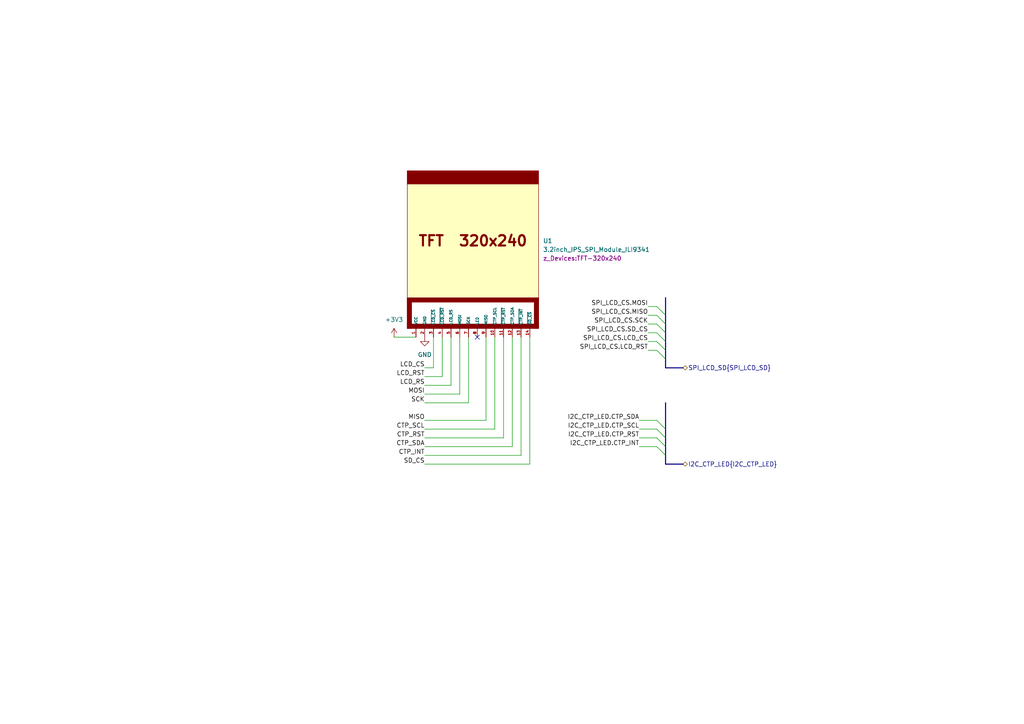
<source format=kicad_sch>
(kicad_sch
	(version 20250114)
	(generator "eeschema")
	(generator_version "9.0")
	(uuid "a3707a06-544a-4d24-b7af-4445ebcdfd54")
	(paper "A4")
	(lib_symbols
		(symbol "SamacSys_Parts:3.2inch_IPS_SPI_Module_ILI9341"
			(pin_names
				(offset 1.016)
			)
			(exclude_from_sim no)
			(in_bom yes)
			(on_board yes)
			(property "Reference" "U?"
				(at 20.32 25.4001 0)
				(effects
					(font
						(size 1.27 1.27)
					)
					(justify left)
				)
			)
			(property "Value" "3.2inch_IPS_SPI_Module_ILI9341"
				(at 20.32 22.8601 0)
				(effects
					(font
						(size 1.27 1.27)
					)
					(justify left)
				)
			)
			(property "Footprint" "z_Devices:TFT-320x240"
				(at 20.32 20.3201 0)
				(effects
					(font
						(size 1.27 1.27)
					)
					(justify left)
				)
			)
			(property "Datasheet" ""
				(at 208.28 22.225 0)
				(effects
					(font
						(size 1.27 1.27)
					)
					(hide yes)
				)
			)
			(property "Description" ""
				(at 0 0 0)
				(effects
					(font
						(size 1.27 1.27)
					)
					(hide yes)
				)
			)
			(symbol "3.2inch_IPS_SPI_Module_ILI9341_0_0"
				(text "TFT  320x240"
					(at 0 25.4 0)
					(effects
						(font
							(size 2.9972 2.9972)
							(bold yes)
						)
					)
				)
			)
			(symbol "3.2inch_IPS_SPI_Module_ILI9341_0_1"
				(rectangle
					(start -19.05 41.91)
					(end 19.05 45.72)
					(stroke
						(width 0)
						(type default)
					)
					(fill
						(type outline)
					)
				)
				(rectangle
					(start -19.05 41.91)
					(end 19.05 8.89)
					(stroke
						(width 0)
						(type default)
					)
					(fill
						(type background)
					)
				)
				(rectangle
					(start -19.05 8.89)
					(end -17.78 0)
					(stroke
						(width 0)
						(type default)
					)
					(fill
						(type outline)
					)
				)
				(rectangle
					(start -19.05 8.89)
					(end 19.05 7.62)
					(stroke
						(width 0)
						(type default)
					)
					(fill
						(type outline)
					)
				)
				(rectangle
					(start -19.05 8.89)
					(end 19.05 0)
					(stroke
						(width 0)
						(type default)
					)
					(fill
						(type none)
					)
				)
				(rectangle
					(start -19.05 1.27)
					(end 19.05 0)
					(stroke
						(width 0)
						(type default)
					)
					(fill
						(type outline)
					)
				)
				(rectangle
					(start 17.78 8.89)
					(end 19.05 0)
					(stroke
						(width 0)
						(type default)
					)
					(fill
						(type outline)
					)
				)
			)
			(symbol "3.2inch_IPS_SPI_Module_ILI9341_1_1"
				(pin power_in line
					(at -16.51 -2.54 90)
					(length 2.54)
					(name "VCC"
						(effects
							(font
								(size 0.7874 0.7874)
							)
						)
					)
					(number "1"
						(effects
							(font
								(size 0.7874 0.7874)
							)
						)
					)
				)
				(pin bidirectional line
					(at -13.97 -2.54 90)
					(length 2.54)
					(name "GND"
						(effects
							(font
								(size 0.7874 0.7874)
							)
						)
					)
					(number "2"
						(effects
							(font
								(size 0.7874 0.7874)
							)
						)
					)
				)
				(pin bidirectional line
					(at -11.43 -2.54 90)
					(length 2.54)
					(name "~{LCD_CS}"
						(effects
							(font
								(size 0.7874 0.7874)
							)
						)
					)
					(number "3"
						(effects
							(font
								(size 0.7874 0.7874)
							)
						)
					)
				)
				(pin bidirectional line
					(at -8.89 -2.54 90)
					(length 2.54)
					(name "~{LCD_RST}"
						(effects
							(font
								(size 0.7874 0.7874)
							)
						)
					)
					(number "4"
						(effects
							(font
								(size 0.7874 0.7874)
							)
						)
					)
				)
				(pin bidirectional line
					(at -6.35 -2.54 90)
					(length 2.54)
					(name "LCD_RS"
						(effects
							(font
								(size 0.7874 0.7874)
							)
						)
					)
					(number "5"
						(effects
							(font
								(size 0.7874 0.7874)
							)
						)
					)
				)
				(pin bidirectional line
					(at -3.81 -2.54 90)
					(length 2.54)
					(name "MOSI"
						(effects
							(font
								(size 0.7874 0.7874)
							)
						)
					)
					(number "6"
						(effects
							(font
								(size 0.7874 0.7874)
							)
						)
					)
				)
				(pin bidirectional line
					(at -1.27 -2.54 90)
					(length 2.54)
					(name "SCK"
						(effects
							(font
								(size 0.7874 0.7874)
							)
						)
					)
					(number "7"
						(effects
							(font
								(size 0.7874 0.7874)
							)
						)
					)
				)
				(pin power_in line
					(at 1.27 -2.54 90)
					(length 2.54)
					(name "LED"
						(effects
							(font
								(size 0.7874 0.7874)
							)
						)
					)
					(number "8"
						(effects
							(font
								(size 0.7874 0.7874)
							)
						)
					)
				)
				(pin bidirectional line
					(at 3.81 -2.54 90)
					(length 2.54)
					(name "MISO"
						(effects
							(font
								(size 0.7874 0.7874)
							)
						)
					)
					(number "9"
						(effects
							(font
								(size 0.7874 0.7874)
							)
						)
					)
				)
				(pin bidirectional line
					(at 6.35 -2.54 90)
					(length 2.54)
					(name "CTP_SCL"
						(effects
							(font
								(size 0.7874 0.7874)
							)
						)
					)
					(number "10"
						(effects
							(font
								(size 0.7874 0.7874)
							)
						)
					)
				)
				(pin bidirectional line
					(at 8.89 -2.54 90)
					(length 2.54)
					(name "~{CTP_RST}"
						(effects
							(font
								(size 0.7874 0.7874)
							)
						)
					)
					(number "11"
						(effects
							(font
								(size 0.7874 0.7874)
							)
						)
					)
				)
				(pin bidirectional line
					(at 11.43 -2.54 90)
					(length 2.54)
					(name "CTP_SDA"
						(effects
							(font
								(size 0.7874 0.7874)
							)
						)
					)
					(number "12"
						(effects
							(font
								(size 0.7874 0.7874)
							)
						)
					)
				)
				(pin bidirectional line
					(at 13.97 -2.54 90)
					(length 2.54)
					(name "~{CTP_INT}"
						(effects
							(font
								(size 0.7874 0.7874)
							)
						)
					)
					(number "13"
						(effects
							(font
								(size 0.7874 0.7874)
							)
						)
					)
				)
				(pin bidirectional line
					(at 16.51 -2.54 90)
					(length 2.54)
					(name "~{SD_CS}"
						(effects
							(font
								(size 0.7874 0.7874)
							)
						)
					)
					(number "14"
						(effects
							(font
								(size 0.7874 0.7874)
							)
						)
					)
				)
			)
			(embedded_fonts no)
		)
		(symbol "power:+3V3"
			(power)
			(pin_numbers
				(hide yes)
			)
			(pin_names
				(offset 0)
				(hide yes)
			)
			(exclude_from_sim no)
			(in_bom yes)
			(on_board yes)
			(property "Reference" "#PWR"
				(at 0 -3.81 0)
				(effects
					(font
						(size 1.27 1.27)
					)
					(hide yes)
				)
			)
			(property "Value" "+3V3"
				(at 0 3.556 0)
				(effects
					(font
						(size 1.27 1.27)
					)
				)
			)
			(property "Footprint" ""
				(at 0 0 0)
				(effects
					(font
						(size 1.27 1.27)
					)
					(hide yes)
				)
			)
			(property "Datasheet" ""
				(at 0 0 0)
				(effects
					(font
						(size 1.27 1.27)
					)
					(hide yes)
				)
			)
			(property "Description" "Power symbol creates a global label with name \"+3V3\""
				(at 0 0 0)
				(effects
					(font
						(size 1.27 1.27)
					)
					(hide yes)
				)
			)
			(property "ki_keywords" "global power"
				(at 0 0 0)
				(effects
					(font
						(size 1.27 1.27)
					)
					(hide yes)
				)
			)
			(symbol "+3V3_0_1"
				(polyline
					(pts
						(xy -0.762 1.27) (xy 0 2.54)
					)
					(stroke
						(width 0)
						(type default)
					)
					(fill
						(type none)
					)
				)
				(polyline
					(pts
						(xy 0 2.54) (xy 0.762 1.27)
					)
					(stroke
						(width 0)
						(type default)
					)
					(fill
						(type none)
					)
				)
				(polyline
					(pts
						(xy 0 0) (xy 0 2.54)
					)
					(stroke
						(width 0)
						(type default)
					)
					(fill
						(type none)
					)
				)
			)
			(symbol "+3V3_1_1"
				(pin power_in line
					(at 0 0 90)
					(length 0)
					(name "~"
						(effects
							(font
								(size 1.27 1.27)
							)
						)
					)
					(number "1"
						(effects
							(font
								(size 1.27 1.27)
							)
						)
					)
				)
			)
			(embedded_fonts no)
		)
		(symbol "power:GND"
			(power)
			(pin_numbers
				(hide yes)
			)
			(pin_names
				(offset 0)
				(hide yes)
			)
			(exclude_from_sim no)
			(in_bom yes)
			(on_board yes)
			(property "Reference" "#PWR"
				(at 0 -6.35 0)
				(effects
					(font
						(size 1.27 1.27)
					)
					(hide yes)
				)
			)
			(property "Value" "GND"
				(at 0 -3.81 0)
				(effects
					(font
						(size 1.27 1.27)
					)
				)
			)
			(property "Footprint" ""
				(at 0 0 0)
				(effects
					(font
						(size 1.27 1.27)
					)
					(hide yes)
				)
			)
			(property "Datasheet" ""
				(at 0 0 0)
				(effects
					(font
						(size 1.27 1.27)
					)
					(hide yes)
				)
			)
			(property "Description" "Power symbol creates a global label with name \"GND\" , ground"
				(at 0 0 0)
				(effects
					(font
						(size 1.27 1.27)
					)
					(hide yes)
				)
			)
			(property "ki_keywords" "global power"
				(at 0 0 0)
				(effects
					(font
						(size 1.27 1.27)
					)
					(hide yes)
				)
			)
			(symbol "GND_0_1"
				(polyline
					(pts
						(xy 0 0) (xy 0 -1.27) (xy 1.27 -1.27) (xy 0 -2.54) (xy -1.27 -1.27) (xy 0 -1.27)
					)
					(stroke
						(width 0)
						(type default)
					)
					(fill
						(type none)
					)
				)
			)
			(symbol "GND_1_1"
				(pin power_in line
					(at 0 0 270)
					(length 0)
					(name "~"
						(effects
							(font
								(size 1.27 1.27)
							)
						)
					)
					(number "1"
						(effects
							(font
								(size 1.27 1.27)
							)
						)
					)
				)
			)
			(embedded_fonts no)
		)
	)
	(bus_alias "I2C_CTP_LED"
		(members)
	)
	(bus_alias "SPI_LCD_SD"
		(members "LCD_RST" "SCK" "MOSI" "SD_CS" "MISO" "LCD_CS")
	)
	(no_connect
		(at 138.43 97.79)
		(uuid "61faa457-10ac-4795-bb99-a2bb8ed59043")
	)
	(bus_entry
		(at 190.5 127)
		(size 2.54 2.54)
		(stroke
			(width 0)
			(type default)
		)
		(uuid "0a10c3d7-a897-4a74-89bf-59a48f20a6cc")
	)
	(bus_entry
		(at 190.5 91.44)
		(size 2.54 2.54)
		(stroke
			(width 0)
			(type default)
		)
		(uuid "1901edbf-4018-46d1-89a5-7c61c5aba32a")
	)
	(bus_entry
		(at 190.5 124.46)
		(size 2.54 2.54)
		(stroke
			(width 0)
			(type default)
		)
		(uuid "19948330-df55-4a5b-830b-f4015a78a50d")
	)
	(bus_entry
		(at 190.5 88.9)
		(size 2.54 2.54)
		(stroke
			(width 0)
			(type default)
		)
		(uuid "38e3c93e-d6aa-4b64-b225-2f43b5d0c161")
	)
	(bus_entry
		(at 190.5 101.6)
		(size 2.54 2.54)
		(stroke
			(width 0)
			(type default)
		)
		(uuid "442e9a1f-4df3-4216-b20c-a713e3d4467b")
	)
	(bus_entry
		(at 190.5 93.98)
		(size 2.54 2.54)
		(stroke
			(width 0)
			(type default)
		)
		(uuid "726f6ee7-3c9d-4b17-aa89-a0596d4e2ec6")
	)
	(bus_entry
		(at 190.5 99.06)
		(size 2.54 2.54)
		(stroke
			(width 0)
			(type default)
		)
		(uuid "740827e2-1225-4806-be2b-86afb00c6f83")
	)
	(bus_entry
		(at 190.5 129.54)
		(size 2.54 2.54)
		(stroke
			(width 0)
			(type default)
		)
		(uuid "c6a73772-d590-47a4-afd9-41441afd5d17")
	)
	(bus_entry
		(at 190.5 96.52)
		(size 2.54 2.54)
		(stroke
			(width 0)
			(type default)
		)
		(uuid "ee396e8a-c830-4ced-b9cc-3277053b1fcf")
	)
	(bus_entry
		(at 190.5 121.92)
		(size 2.54 2.54)
		(stroke
			(width 0)
			(type default)
		)
		(uuid "fe9aac36-6384-4189-b147-a4eab63774f5")
	)
	(bus
		(pts
			(xy 193.04 86.36) (xy 193.04 91.44)
		)
		(stroke
			(width 0)
			(type default)
		)
		(uuid "0268f9ec-6971-44d0-98d4-41c53b74b360")
	)
	(wire
		(pts
			(xy 123.19 127) (xy 146.05 127)
		)
		(stroke
			(width 0)
			(type default)
		)
		(uuid "028adce5-265c-4ce5-8cbd-f44d946b4732")
	)
	(wire
		(pts
			(xy 114.3 97.79) (xy 120.65 97.79)
		)
		(stroke
			(width 0)
			(type default)
		)
		(uuid "08159321-b396-4ca5-905a-4424dd36d71a")
	)
	(wire
		(pts
			(xy 123.19 134.62) (xy 153.67 134.62)
		)
		(stroke
			(width 0)
			(type default)
		)
		(uuid "08e3d638-059e-4dea-b04a-20b88d183bd3")
	)
	(wire
		(pts
			(xy 123.19 129.54) (xy 148.59 129.54)
		)
		(stroke
			(width 0)
			(type default)
		)
		(uuid "0c86e17a-281e-4903-afbd-21c70a2e76b8")
	)
	(bus
		(pts
			(xy 193.04 101.6) (xy 193.04 104.14)
		)
		(stroke
			(width 0)
			(type default)
		)
		(uuid "121dc698-9238-4657-a440-ee8da66e83d4")
	)
	(wire
		(pts
			(xy 185.42 127) (xy 190.5 127)
		)
		(stroke
			(width 0)
			(type default)
		)
		(uuid "135dec70-bc38-4383-8691-8d4733ea3ddb")
	)
	(bus
		(pts
			(xy 193.04 116.84) (xy 193.04 124.46)
		)
		(stroke
			(width 0)
			(type default)
		)
		(uuid "15103417-bb9d-4015-a58a-6e03ae5e0017")
	)
	(bus
		(pts
			(xy 193.04 106.68) (xy 198.12 106.68)
		)
		(stroke
			(width 0)
			(type default)
		)
		(uuid "1a28f283-a1a6-4a63-a37e-d35e33a30dd5")
	)
	(wire
		(pts
			(xy 140.97 97.79) (xy 140.97 121.92)
		)
		(stroke
			(width 0)
			(type default)
		)
		(uuid "1b2ed92f-e67e-44b3-85d5-e7496536f02b")
	)
	(wire
		(pts
			(xy 185.42 124.46) (xy 190.5 124.46)
		)
		(stroke
			(width 0)
			(type default)
		)
		(uuid "2da86bc0-a25e-4e88-a93e-4ff18f72d665")
	)
	(bus
		(pts
			(xy 193.04 93.98) (xy 193.04 96.52)
		)
		(stroke
			(width 0)
			(type default)
		)
		(uuid "31993d55-db43-42c8-b69d-13a062220ad7")
	)
	(wire
		(pts
			(xy 123.19 121.92) (xy 140.97 121.92)
		)
		(stroke
			(width 0)
			(type default)
		)
		(uuid "31c49638-afc3-4a46-bd71-c3e6b78e2779")
	)
	(wire
		(pts
			(xy 123.19 132.08) (xy 151.13 132.08)
		)
		(stroke
			(width 0)
			(type default)
		)
		(uuid "41f85544-6f52-4d73-bf54-2d3248b97c9e")
	)
	(wire
		(pts
			(xy 123.19 124.46) (xy 143.51 124.46)
		)
		(stroke
			(width 0)
			(type default)
		)
		(uuid "43ad9ce9-ac13-494b-afdc-61870b6a32a4")
	)
	(wire
		(pts
			(xy 125.73 97.79) (xy 125.73 106.68)
		)
		(stroke
			(width 0)
			(type default)
		)
		(uuid "46bcada4-421e-4ca0-bb05-54d0bd6e909c")
	)
	(wire
		(pts
			(xy 130.81 97.79) (xy 130.81 111.76)
		)
		(stroke
			(width 0)
			(type default)
		)
		(uuid "4df2fe93-1667-489f-80a6-b3a9a7f924ec")
	)
	(bus
		(pts
			(xy 193.04 134.62) (xy 198.12 134.62)
		)
		(stroke
			(width 0)
			(type default)
		)
		(uuid "57abe400-66ac-491d-8f08-421d93c7516a")
	)
	(wire
		(pts
			(xy 123.19 114.3) (xy 133.35 114.3)
		)
		(stroke
			(width 0)
			(type default)
		)
		(uuid "5a682358-3906-406b-866f-c1438359e1bd")
	)
	(bus
		(pts
			(xy 193.04 129.54) (xy 193.04 132.08)
		)
		(stroke
			(width 0)
			(type default)
		)
		(uuid "5d7a348b-b711-4c04-a4c7-759a7d5d0322")
	)
	(wire
		(pts
			(xy 123.19 111.76) (xy 130.81 111.76)
		)
		(stroke
			(width 0)
			(type default)
		)
		(uuid "622ca668-e90b-4c91-a05c-15c9b88e3c73")
	)
	(bus
		(pts
			(xy 193.04 124.46) (xy 193.04 127)
		)
		(stroke
			(width 0)
			(type default)
		)
		(uuid "6bfe3b32-959b-40fa-b939-e3e794688989")
	)
	(wire
		(pts
			(xy 133.35 97.79) (xy 133.35 114.3)
		)
		(stroke
			(width 0)
			(type default)
		)
		(uuid "754d026d-bb3d-4078-a331-b87fa47f6c9a")
	)
	(wire
		(pts
			(xy 146.05 97.79) (xy 146.05 127)
		)
		(stroke
			(width 0)
			(type default)
		)
		(uuid "7a68bfaf-a547-4be1-a241-ed09ae06427f")
	)
	(wire
		(pts
			(xy 123.19 109.22) (xy 128.27 109.22)
		)
		(stroke
			(width 0)
			(type default)
		)
		(uuid "8a47be96-ca3a-491c-a0cb-e3899cde9022")
	)
	(wire
		(pts
			(xy 123.19 106.68) (xy 125.73 106.68)
		)
		(stroke
			(width 0)
			(type default)
		)
		(uuid "93fac459-7145-4c32-8f95-f1292b0627bd")
	)
	(wire
		(pts
			(xy 128.27 97.79) (xy 128.27 109.22)
		)
		(stroke
			(width 0)
			(type default)
		)
		(uuid "93fc1c8e-c71c-4c62-92a1-ffe11177bb55")
	)
	(wire
		(pts
			(xy 143.51 97.79) (xy 143.51 124.46)
		)
		(stroke
			(width 0)
			(type default)
		)
		(uuid "948a7306-7d7c-4fff-8bff-ecb6b82067b5")
	)
	(wire
		(pts
			(xy 187.96 96.52) (xy 190.5 96.52)
		)
		(stroke
			(width 0)
			(type default)
		)
		(uuid "96866174-0c71-409b-a217-ce05f8362eb3")
	)
	(bus
		(pts
			(xy 193.04 132.08) (xy 193.04 134.62)
		)
		(stroke
			(width 0)
			(type default)
		)
		(uuid "99384e87-4d89-43ec-b74c-712f073a8425")
	)
	(wire
		(pts
			(xy 187.96 101.6) (xy 190.5 101.6)
		)
		(stroke
			(width 0)
			(type default)
		)
		(uuid "9b0ec870-a8b6-46b2-93d3-57a63b7e41fe")
	)
	(wire
		(pts
			(xy 123.19 116.84) (xy 135.89 116.84)
		)
		(stroke
			(width 0)
			(type default)
		)
		(uuid "aa5655ec-c812-4c8b-a5aa-31e0b6a5f7fb")
	)
	(wire
		(pts
			(xy 187.96 91.44) (xy 190.5 91.44)
		)
		(stroke
			(width 0)
			(type default)
		)
		(uuid "c3086dad-4241-4fb1-90cc-3df6066a469c")
	)
	(bus
		(pts
			(xy 193.04 106.68) (xy 193.04 104.14)
		)
		(stroke
			(width 0)
			(type default)
		)
		(uuid "c3caf8dd-5da3-4b01-859e-9002eb210cdd")
	)
	(bus
		(pts
			(xy 193.04 91.44) (xy 193.04 93.98)
		)
		(stroke
			(width 0)
			(type default)
		)
		(uuid "c7e6dc2a-b5b7-4659-8dbb-34df754fdee3")
	)
	(bus
		(pts
			(xy 193.04 99.06) (xy 193.04 101.6)
		)
		(stroke
			(width 0)
			(type default)
		)
		(uuid "ca8de32b-89df-474d-8243-b084dc4969d9")
	)
	(wire
		(pts
			(xy 185.42 129.54) (xy 190.5 129.54)
		)
		(stroke
			(width 0)
			(type default)
		)
		(uuid "cfbd5dd8-8a30-41a5-aad7-95e66ced302f")
	)
	(bus
		(pts
			(xy 193.04 127) (xy 193.04 129.54)
		)
		(stroke
			(width 0)
			(type default)
		)
		(uuid "d4805f4d-fbea-4d11-b493-1a1f96866811")
	)
	(wire
		(pts
			(xy 153.67 97.79) (xy 153.67 134.62)
		)
		(stroke
			(width 0)
			(type default)
		)
		(uuid "d557d4d7-8a54-4658-9c11-db6b9cb5af2f")
	)
	(wire
		(pts
			(xy 185.42 121.92) (xy 190.5 121.92)
		)
		(stroke
			(width 0)
			(type default)
		)
		(uuid "d558e9f0-d93d-4e62-8bf0-8b3e48a46cf0")
	)
	(wire
		(pts
			(xy 148.59 97.79) (xy 148.59 129.54)
		)
		(stroke
			(width 0)
			(type default)
		)
		(uuid "d6116590-1b5e-4166-8236-b78d3a43ae11")
	)
	(wire
		(pts
			(xy 187.96 88.9) (xy 190.5 88.9)
		)
		(stroke
			(width 0)
			(type default)
		)
		(uuid "da61c8c5-050f-4539-80f4-9c23fc510edb")
	)
	(wire
		(pts
			(xy 187.96 93.98) (xy 190.5 93.98)
		)
		(stroke
			(width 0)
			(type default)
		)
		(uuid "e1498c4b-1243-48c0-8933-411ccae4a7f5")
	)
	(wire
		(pts
			(xy 135.89 97.79) (xy 135.89 116.84)
		)
		(stroke
			(width 0)
			(type default)
		)
		(uuid "e852b963-721d-449f-8e13-676a65a26ca0")
	)
	(wire
		(pts
			(xy 151.13 97.79) (xy 151.13 132.08)
		)
		(stroke
			(width 0)
			(type default)
		)
		(uuid "eb69112d-3b10-40e6-8269-b74a2a071b98")
	)
	(bus
		(pts
			(xy 193.04 96.52) (xy 193.04 99.06)
		)
		(stroke
			(width 0)
			(type default)
		)
		(uuid "f533b99c-8345-42ab-9c0f-c2b566221e57")
	)
	(wire
		(pts
			(xy 187.96 99.06) (xy 190.5 99.06)
		)
		(stroke
			(width 0)
			(type default)
		)
		(uuid "fc1abdcb-719b-49ef-b311-4b3b6dc9873c")
	)
	(label "SPI_LCD_CS.LCD_CS"
		(at 187.96 99.06 180)
		(effects
			(font
				(size 1.27 1.27)
			)
			(justify right bottom)
		)
		(uuid "044bac2c-f3a3-4bf3-b03e-e49617051777")
	)
	(label "I2C_CTP_LED.CTP_RST"
		(at 185.42 127 180)
		(effects
			(font
				(size 1.27 1.27)
			)
			(justify right bottom)
		)
		(uuid "06a9636a-3649-4237-97c3-596e78cd9823")
	)
	(label "SD_CS"
		(at 123.19 134.62 180)
		(effects
			(font
				(size 1.27 1.27)
			)
			(justify right bottom)
		)
		(uuid "0a7030c0-3146-4c5e-b0d0-d475d3547303")
	)
	(label "SPI_LCD_CS.LCD_RST"
		(at 187.96 101.6 180)
		(effects
			(font
				(size 1.27 1.27)
			)
			(justify right bottom)
		)
		(uuid "0dd35db5-ecf5-4392-bd79-fe402cc5a958")
	)
	(label "LCD_RST"
		(at 123.19 109.22 180)
		(effects
			(font
				(size 1.27 1.27)
			)
			(justify right bottom)
		)
		(uuid "1b1d7e75-6d2f-4544-99a0-30ee2aed1d20")
	)
	(label "SPI_LCD_CS.SD_CS"
		(at 187.96 96.52 180)
		(effects
			(font
				(size 1.27 1.27)
			)
			(justify right bottom)
		)
		(uuid "1b5005e8-af4b-4515-8c03-e19dcd4a7ef3")
	)
	(label "LCD_CS"
		(at 123.19 106.68 180)
		(effects
			(font
				(size 1.27 1.27)
			)
			(justify right bottom)
		)
		(uuid "2bbb08cc-3531-4b03-ba2e-c9a42380b45c")
	)
	(label "I2C_CTP_LED.CTP_INT"
		(at 185.42 129.54 180)
		(effects
			(font
				(size 1.27 1.27)
			)
			(justify right bottom)
		)
		(uuid "2ddc53ed-e12d-46ea-a352-d64754e281c4")
	)
	(label "CTP_SDA"
		(at 123.19 129.54 180)
		(effects
			(font
				(size 1.27 1.27)
			)
			(justify right bottom)
		)
		(uuid "3553430f-195f-479f-829b-e7cf7765fcf6")
	)
	(label "SPI_LCD_CS.MOSI"
		(at 187.96 88.9 180)
		(effects
			(font
				(size 1.27 1.27)
			)
			(justify right bottom)
		)
		(uuid "57c2e352-58ee-4871-866f-d127be895390")
	)
	(label "I2C_CTP_LED.CTP_SCL"
		(at 185.42 124.46 180)
		(effects
			(font
				(size 1.27 1.27)
			)
			(justify right bottom)
		)
		(uuid "5fe4582a-3b87-4e8f-9b0c-934dabcabe56")
	)
	(label "LCD_RS"
		(at 123.19 111.76 180)
		(effects
			(font
				(size 1.27 1.27)
			)
			(justify right bottom)
		)
		(uuid "75ca6b1c-bd64-4eeb-bb7b-1b03663a3f13")
	)
	(label "CTP_RST"
		(at 123.19 127 180)
		(effects
			(font
				(size 1.27 1.27)
			)
			(justify right bottom)
		)
		(uuid "7d52416e-d1d0-4273-8838-1555e9571366")
	)
	(label "CTP_INT"
		(at 123.19 132.08 180)
		(effects
			(font
				(size 1.27 1.27)
			)
			(justify right bottom)
		)
		(uuid "87fac495-5d3c-4f2e-b03b-1c68fb0ac684")
	)
	(label "MOSI"
		(at 123.19 114.3 180)
		(effects
			(font
				(size 1.27 1.27)
			)
			(justify right bottom)
		)
		(uuid "987b0742-a372-498c-824f-faf894bdaaea")
	)
	(label "SCK"
		(at 123.19 116.84 180)
		(effects
			(font
				(size 1.27 1.27)
			)
			(justify right bottom)
		)
		(uuid "a34f8f14-b01e-4afc-85f7-53cd411b635d")
	)
	(label "CTP_SCL"
		(at 123.19 124.46 180)
		(effects
			(font
				(size 1.27 1.27)
			)
			(justify right bottom)
		)
		(uuid "a70c1cc5-763e-4a42-8da5-b06d8f3ea92a")
	)
	(label "SPI_LCD_CS.SCK"
		(at 187.96 93.98 180)
		(effects
			(font
				(size 1.27 1.27)
			)
			(justify right bottom)
		)
		(uuid "cdea00f1-5eb2-4306-9a91-693a16cfee1a")
	)
	(label "MISO"
		(at 123.19 121.92 180)
		(effects
			(font
				(size 1.27 1.27)
			)
			(justify right bottom)
		)
		(uuid "d5d1c850-788c-43b9-9f2c-f1f598cb80e7")
	)
	(label "I2C_CTP_LED.CTP_SDA"
		(at 185.42 121.92 180)
		(effects
			(font
				(size 1.27 1.27)
			)
			(justify right bottom)
		)
		(uuid "e20d0d35-b267-4243-92ae-f8e13526278f")
	)
	(label "SPI_LCD_CS.MISO"
		(at 187.96 91.44 180)
		(effects
			(font
				(size 1.27 1.27)
			)
			(justify right bottom)
		)
		(uuid "fc25e69a-9105-4912-a607-05602efa7f68")
	)
	(hierarchical_label "I2C_CTP_LED{I2C_CTP_LED}"
		(shape bidirectional)
		(at 198.12 134.62 0)
		(effects
			(font
				(size 1.27 1.27)
			)
			(justify left)
		)
		(uuid "7040fd62-e054-4d23-bc38-e55b59181df9")
	)
	(hierarchical_label "SPI_LCD_SD{SPI_LCD_SD}"
		(shape bidirectional)
		(at 198.12 106.68 0)
		(effects
			(font
				(size 1.27 1.27)
			)
			(justify left)
		)
		(uuid "86826816-1011-4839-91c5-27d4fdcfbf5b")
	)
	(symbol
		(lib_id "power:GND")
		(at 123.19 97.79 0)
		(unit 1)
		(exclude_from_sim no)
		(in_bom yes)
		(on_board yes)
		(dnp no)
		(fields_autoplaced yes)
		(uuid "17e07399-f4b8-4380-a4ab-8324f9da88e4")
		(property "Reference" "#PWR015"
			(at 123.19 104.14 0)
			(effects
				(font
					(size 1.27 1.27)
				)
				(hide yes)
			)
		)
		(property "Value" "GND"
			(at 123.19 102.87 0)
			(effects
				(font
					(size 1.27 1.27)
				)
			)
		)
		(property "Footprint" ""
			(at 123.19 97.79 0)
			(effects
				(font
					(size 1.27 1.27)
				)
				(hide yes)
			)
		)
		(property "Datasheet" ""
			(at 123.19 97.79 0)
			(effects
				(font
					(size 1.27 1.27)
				)
				(hide yes)
			)
		)
		(property "Description" "Power symbol creates a global label with name \"GND\" , ground"
			(at 123.19 97.79 0)
			(effects
				(font
					(size 1.27 1.27)
				)
				(hide yes)
			)
		)
		(pin "1"
			(uuid "5be3db85-8c3f-4e92-8118-c657134ebd29")
		)
		(instances
			(project ""
				(path "/869bea87-c885-4ead-826b-3f34ceacafad/a91903fe-ee0b-42c2-9d54-da8a7ff8ed7e"
					(reference "#PWR015")
					(unit 1)
				)
			)
		)
	)
	(symbol
		(lib_id "power:+3V3")
		(at 114.3 97.79 0)
		(unit 1)
		(exclude_from_sim no)
		(in_bom yes)
		(on_board yes)
		(dnp no)
		(fields_autoplaced yes)
		(uuid "18e08e31-74ed-4fc0-82ef-de45b27b7329")
		(property "Reference" "#PWR014"
			(at 114.3 101.6 0)
			(effects
				(font
					(size 1.27 1.27)
				)
				(hide yes)
			)
		)
		(property "Value" "+3V3"
			(at 114.3 92.71 0)
			(effects
				(font
					(size 1.27 1.27)
				)
			)
		)
		(property "Footprint" ""
			(at 114.3 97.79 0)
			(effects
				(font
					(size 1.27 1.27)
				)
				(hide yes)
			)
		)
		(property "Datasheet" ""
			(at 114.3 97.79 0)
			(effects
				(font
					(size 1.27 1.27)
				)
				(hide yes)
			)
		)
		(property "Description" "Power symbol creates a global label with name \"+3V3\""
			(at 114.3 97.79 0)
			(effects
				(font
					(size 1.27 1.27)
				)
				(hide yes)
			)
		)
		(pin "1"
			(uuid "728b7a2e-2ec1-453e-beb7-ffc225656f73")
		)
		(instances
			(project ""
				(path "/869bea87-c885-4ead-826b-3f34ceacafad/a91903fe-ee0b-42c2-9d54-da8a7ff8ed7e"
					(reference "#PWR014")
					(unit 1)
				)
			)
		)
	)
	(symbol
		(lib_id "SamacSys_Parts:3.2inch_IPS_SPI_Module_ILI9341")
		(at 137.16 95.25 0)
		(unit 1)
		(exclude_from_sim no)
		(in_bom yes)
		(on_board yes)
		(dnp no)
		(fields_autoplaced yes)
		(uuid "cdde8e59-e36b-42e4-9b1d-f1a978ad6400")
		(property "Reference" "U1"
			(at 157.48 69.8499 0)
			(effects
				(font
					(size 1.27 1.27)
				)
				(justify left)
			)
		)
		(property "Value" "3.2inch_IPS_SPI_Module_ILI9341"
			(at 157.48 72.3899 0)
			(effects
				(font
					(size 1.27 1.27)
				)
				(justify left)
			)
		)
		(property "Footprint" "z_Devices:TFT-320x240"
			(at 157.48 74.9299 0)
			(effects
				(font
					(size 1.27 1.27)
				)
				(justify left)
			)
		)
		(property "Datasheet" ""
			(at 345.44 73.025 0)
			(effects
				(font
					(size 1.27 1.27)
				)
				(hide yes)
			)
		)
		(property "Description" ""
			(at 137.16 95.25 0)
			(effects
				(font
					(size 1.27 1.27)
				)
				(hide yes)
			)
		)
		(pin "12"
			(uuid "3bb92171-44d1-4c4f-b2ae-3b9bf4895f1b")
		)
		(pin "14"
			(uuid "7b461dab-b9ff-4034-8c2c-f00fd183be51")
		)
		(pin "8"
			(uuid "547658a8-fe37-44bd-80b6-50f413ed09ef")
		)
		(pin "2"
			(uuid "469535e5-9ac3-4724-983d-b5ce422ca9b8")
		)
		(pin "6"
			(uuid "9ab2e95e-058a-44dc-a562-f11411b49a4d")
		)
		(pin "3"
			(uuid "8bab70f8-7338-400c-a059-bb50663f7927")
		)
		(pin "1"
			(uuid "d7a8149c-7fb0-46bb-a268-ce0cf9cb410d")
		)
		(pin "13"
			(uuid "6d4b9149-f03b-4d44-a45a-02caeb2cc657")
		)
		(pin "5"
			(uuid "9e1ee587-484e-4c8b-bfab-9e1a0f74225e")
		)
		(pin "7"
			(uuid "47f10651-9d42-4b4e-b644-2b43a9d5da57")
		)
		(pin "4"
			(uuid "6c154387-286f-4a24-bddb-23d052e9376f")
		)
		(pin "9"
			(uuid "bb9f7440-5fcf-476c-99ee-c7ed44853a8b")
		)
		(pin "10"
			(uuid "4e9305b2-a94a-4aee-ad63-56eb8f418ff4")
		)
		(pin "11"
			(uuid "a0b38cba-08ae-4e3d-a96f-89e7679a153a")
		)
		(instances
			(project ""
				(path "/869bea87-c885-4ead-826b-3f34ceacafad/a91903fe-ee0b-42c2-9d54-da8a7ff8ed7e"
					(reference "U1")
					(unit 1)
				)
			)
		)
	)
)

</source>
